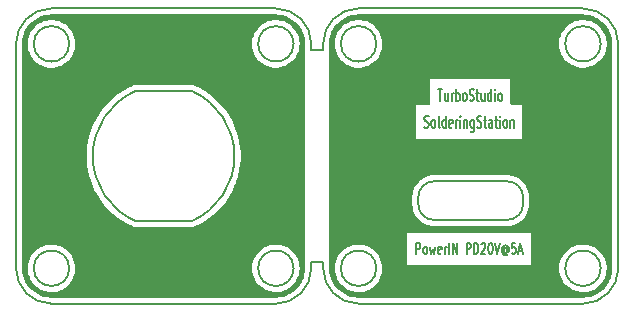
<source format=gtl>
%TF.GenerationSoftware,KiCad,Pcbnew,(6.0.7)*%
%TF.CreationDate,2022-08-30T17:46:17+08:00*%
%TF.ProjectId,Covers,436f7665-7273-42e6-9b69-6361645f7063,rev?*%
%TF.SameCoordinates,Original*%
%TF.FileFunction,Copper,L1,Top*%
%TF.FilePolarity,Positive*%
%FSLAX45Y45*%
G04 Gerber Fmt 4.5, Leading zero omitted, Abs format (unit mm)*
G04 Created by KiCad (PCBNEW (6.0.7)) date 2022-08-30 17:46:17*
%MOMM*%
%LPD*%
G01*
G04 APERTURE LIST*
%TA.AperFunction,Profile*%
%ADD10C,0.152399*%
%TD*%
%TA.AperFunction,Profile*%
%ADD11C,0.152400*%
%TD*%
%ADD12C,0.152400*%
%TA.AperFunction,NonConductor*%
%ADD13C,0.152400*%
%TD*%
%ADD14C,0.158750*%
%TA.AperFunction,NonConductor*%
%ADD15C,0.158750*%
%TD*%
G04 APERTURE END LIST*
D10*
X11040310Y-11028620D02*
X12940310Y-11028620D01*
X15690310Y-8828620D02*
G75*
G03*
X15690310Y-8828620I-150000J0D01*
G01*
D11*
X14277882Y-9993080D02*
G75*
G03*
X14147110Y-10123853I-902J-129870D01*
G01*
D10*
X13090310Y-8828620D02*
G75*
G03*
X13090310Y-8828620I-150000J0D01*
G01*
X10740310Y-10728620D02*
G75*
G03*
X11040310Y-11028620I300000J0D01*
G01*
D11*
X14902270Y-10318627D02*
G75*
G03*
X15032854Y-10187213I-71J130657D01*
G01*
D10*
X11750518Y-9228620D02*
X12230102Y-9228620D01*
X11190310Y-8828620D02*
G75*
G03*
X11190310Y-8828620I-150000J0D01*
G01*
X13240310Y-10678620D02*
X13340310Y-10678620D01*
X15690310Y-10728620D02*
G75*
G03*
X15690310Y-10728620I-150000J0D01*
G01*
X11750518Y-10328620D02*
X12230102Y-10328620D01*
X10740310Y-8828620D02*
X10740310Y-10728620D01*
X13240310Y-8828620D02*
G75*
G03*
X12940310Y-8528620I-300000J0D01*
G01*
D11*
X14147110Y-10123853D02*
X14147110Y-10187848D01*
D10*
X13090310Y-10728620D02*
G75*
G03*
X13090310Y-10728620I-150000J0D01*
G01*
X15540310Y-8528620D02*
X13640310Y-8528620D01*
X11750518Y-9228620D02*
G75*
G03*
X11750518Y-10328620I239792J-550000D01*
G01*
X13340310Y-10728620D02*
G75*
G03*
X13640310Y-11028620I300000J0D01*
G01*
X12230102Y-10328620D02*
G75*
G03*
X12230102Y-9228620I-239792J550000D01*
G01*
X13240310Y-8878620D02*
X13240310Y-8828620D01*
D11*
X15032854Y-10187213D02*
X15032765Y-10124942D01*
D10*
X13240310Y-10728620D02*
X13240310Y-10678620D01*
X12940310Y-8528620D02*
X11040310Y-8528620D01*
X13340310Y-10678620D02*
X13340310Y-10728620D01*
X11040310Y-8528620D02*
G75*
G03*
X10740310Y-8828620I0J-300000D01*
G01*
X13640310Y-8528620D02*
G75*
G03*
X13340310Y-8828620I0J-300000D01*
G01*
X15840310Y-10728620D02*
X15840310Y-8828620D01*
X12940310Y-11028620D02*
G75*
G03*
X13240310Y-10728620I0J300000D01*
G01*
X15540310Y-11028620D02*
G75*
G03*
X15840310Y-10728620I0J300000D01*
G01*
D11*
X14902738Y-9993081D02*
X14277882Y-9993081D01*
D10*
X13790310Y-8828620D02*
G75*
G03*
X13790310Y-8828620I-150000J0D01*
G01*
X13790310Y-10728620D02*
G75*
G03*
X13790310Y-10728620I-150000J0D01*
G01*
X15840310Y-8828620D02*
G75*
G03*
X15540310Y-8528620I-300000J0D01*
G01*
X13240310Y-8878620D02*
X13340310Y-8878620D01*
D11*
X14277882Y-10318620D02*
X14902270Y-10318620D01*
X15032763Y-10124942D02*
G75*
G03*
X14902738Y-9993081I-130483J1372D01*
G01*
X14147110Y-10187848D02*
G75*
G03*
X14277882Y-10318620I129870J-902D01*
G01*
D10*
X13640310Y-11028620D02*
X15540310Y-11028620D01*
X13340310Y-8828620D02*
X13340310Y-8878620D01*
X11190310Y-10728620D02*
G75*
G03*
X11190310Y-10728620I-150000J0D01*
G01*
D12*
D13*
X14128476Y-10607217D02*
X14128476Y-10518317D01*
X14152667Y-10518317D01*
X14158714Y-10522550D01*
X14161738Y-10526783D01*
X14164762Y-10535250D01*
X14164762Y-10547950D01*
X14161738Y-10556417D01*
X14158714Y-10560650D01*
X14152667Y-10564883D01*
X14128476Y-10564883D01*
X14201048Y-10607217D02*
X14195000Y-10602983D01*
X14191976Y-10598750D01*
X14188952Y-10590283D01*
X14188952Y-10564883D01*
X14191976Y-10556417D01*
X14195000Y-10552183D01*
X14201048Y-10547950D01*
X14210119Y-10547950D01*
X14216167Y-10552183D01*
X14219190Y-10556417D01*
X14222214Y-10564883D01*
X14222214Y-10590283D01*
X14219190Y-10598750D01*
X14216167Y-10602983D01*
X14210119Y-10607217D01*
X14201048Y-10607217D01*
X14243381Y-10547950D02*
X14255476Y-10607217D01*
X14267571Y-10564883D01*
X14279667Y-10607217D01*
X14291762Y-10547950D01*
X14340143Y-10602983D02*
X14334095Y-10607217D01*
X14322000Y-10607217D01*
X14315952Y-10602983D01*
X14312928Y-10594517D01*
X14312928Y-10560650D01*
X14315952Y-10552183D01*
X14322000Y-10547950D01*
X14334095Y-10547950D01*
X14340143Y-10552183D01*
X14343167Y-10560650D01*
X14343167Y-10569117D01*
X14312928Y-10577583D01*
X14370381Y-10607217D02*
X14370381Y-10547950D01*
X14370381Y-10564883D02*
X14373405Y-10556417D01*
X14376428Y-10552183D01*
X14382476Y-10547950D01*
X14388524Y-10547950D01*
X14409690Y-10607217D02*
X14409690Y-10518317D01*
X14439928Y-10607217D02*
X14439928Y-10518317D01*
X14476214Y-10607217D01*
X14476214Y-10518317D01*
X14554833Y-10607217D02*
X14554833Y-10518317D01*
X14579024Y-10518317D01*
X14585071Y-10522550D01*
X14588095Y-10526783D01*
X14591119Y-10535250D01*
X14591119Y-10547950D01*
X14588095Y-10556417D01*
X14585071Y-10560650D01*
X14579024Y-10564883D01*
X14554833Y-10564883D01*
X14618333Y-10607217D02*
X14618333Y-10518317D01*
X14633452Y-10518317D01*
X14642524Y-10522550D01*
X14648571Y-10531017D01*
X14651595Y-10539483D01*
X14654619Y-10556417D01*
X14654619Y-10569117D01*
X14651595Y-10586050D01*
X14648571Y-10594517D01*
X14642524Y-10602983D01*
X14633452Y-10607217D01*
X14618333Y-10607217D01*
X14678809Y-10526783D02*
X14681833Y-10522550D01*
X14687881Y-10518317D01*
X14703000Y-10518317D01*
X14709048Y-10522550D01*
X14712071Y-10526783D01*
X14715095Y-10535250D01*
X14715095Y-10543717D01*
X14712071Y-10556417D01*
X14675786Y-10607217D01*
X14715095Y-10607217D01*
X14754405Y-10518317D02*
X14760452Y-10518317D01*
X14766500Y-10522550D01*
X14769524Y-10526783D01*
X14772548Y-10535250D01*
X14775571Y-10552183D01*
X14775571Y-10573350D01*
X14772548Y-10590283D01*
X14769524Y-10598750D01*
X14766500Y-10602983D01*
X14760452Y-10607217D01*
X14754405Y-10607217D01*
X14748357Y-10602983D01*
X14745333Y-10598750D01*
X14742309Y-10590283D01*
X14739286Y-10573350D01*
X14739286Y-10552183D01*
X14742309Y-10535250D01*
X14745333Y-10526783D01*
X14748357Y-10522550D01*
X14754405Y-10518317D01*
X14793714Y-10518317D02*
X14814881Y-10607217D01*
X14836048Y-10518317D01*
X14896524Y-10564883D02*
X14893500Y-10560650D01*
X14887452Y-10556417D01*
X14881405Y-10556417D01*
X14875357Y-10560650D01*
X14872333Y-10564883D01*
X14869309Y-10573350D01*
X14869309Y-10581817D01*
X14872333Y-10590283D01*
X14875357Y-10594517D01*
X14881405Y-10598750D01*
X14887452Y-10598750D01*
X14893500Y-10594517D01*
X14896524Y-10590283D01*
X14896524Y-10556417D02*
X14896524Y-10590283D01*
X14899548Y-10594517D01*
X14902571Y-10594517D01*
X14908619Y-10590283D01*
X14911643Y-10581817D01*
X14911643Y-10560650D01*
X14905595Y-10547950D01*
X14896524Y-10539483D01*
X14884428Y-10535250D01*
X14872333Y-10539483D01*
X14863262Y-10547950D01*
X14857214Y-10560650D01*
X14854190Y-10577583D01*
X14857214Y-10594517D01*
X14863262Y-10607217D01*
X14872333Y-10615683D01*
X14884428Y-10619917D01*
X14896524Y-10615683D01*
X14905595Y-10607217D01*
X14969095Y-10518317D02*
X14938857Y-10518317D01*
X14935833Y-10560650D01*
X14938857Y-10556417D01*
X14944905Y-10552183D01*
X14960024Y-10552183D01*
X14966071Y-10556417D01*
X14969095Y-10560650D01*
X14972119Y-10569117D01*
X14972119Y-10590283D01*
X14969095Y-10598750D01*
X14966071Y-10602983D01*
X14960024Y-10607217D01*
X14944905Y-10607217D01*
X14938857Y-10602983D01*
X14935833Y-10598750D01*
X14996309Y-10581817D02*
X15026548Y-10581817D01*
X14990262Y-10607217D02*
X15011428Y-10518317D01*
X15032595Y-10607217D01*
D14*
D15*
X14314345Y-9211362D02*
X14350631Y-9211362D01*
X14332488Y-9312962D02*
X14332488Y-9211362D01*
X14399012Y-9245229D02*
X14399012Y-9312962D01*
X14371798Y-9245229D02*
X14371798Y-9298448D01*
X14374821Y-9308124D01*
X14380869Y-9312962D01*
X14389940Y-9312962D01*
X14395988Y-9308124D01*
X14399012Y-9303286D01*
X14429250Y-9312962D02*
X14429250Y-9245229D01*
X14429250Y-9264581D02*
X14432274Y-9254905D01*
X14435298Y-9250067D01*
X14441345Y-9245229D01*
X14447393Y-9245229D01*
X14468559Y-9312962D02*
X14468559Y-9211362D01*
X14468559Y-9250067D02*
X14474607Y-9245229D01*
X14486702Y-9245229D01*
X14492750Y-9250067D01*
X14495774Y-9254905D01*
X14498798Y-9264581D01*
X14498798Y-9293610D01*
X14495774Y-9303286D01*
X14492750Y-9308124D01*
X14486702Y-9312962D01*
X14474607Y-9312962D01*
X14468559Y-9308124D01*
X14535083Y-9312962D02*
X14529036Y-9308124D01*
X14526012Y-9303286D01*
X14522988Y-9293610D01*
X14522988Y-9264581D01*
X14526012Y-9254905D01*
X14529036Y-9250067D01*
X14535083Y-9245229D01*
X14544155Y-9245229D01*
X14550202Y-9250067D01*
X14553226Y-9254905D01*
X14556250Y-9264581D01*
X14556250Y-9293610D01*
X14553226Y-9303286D01*
X14550202Y-9308124D01*
X14544155Y-9312962D01*
X14535083Y-9312962D01*
X14580440Y-9308124D02*
X14589512Y-9312962D01*
X14604631Y-9312962D01*
X14610678Y-9308124D01*
X14613702Y-9303286D01*
X14616726Y-9293610D01*
X14616726Y-9283933D01*
X14613702Y-9274257D01*
X14610678Y-9269419D01*
X14604631Y-9264581D01*
X14592536Y-9259743D01*
X14586488Y-9254905D01*
X14583464Y-9250067D01*
X14580440Y-9240390D01*
X14580440Y-9230714D01*
X14583464Y-9221038D01*
X14586488Y-9216200D01*
X14592536Y-9211362D01*
X14607655Y-9211362D01*
X14616726Y-9216200D01*
X14634869Y-9245229D02*
X14659059Y-9245229D01*
X14643940Y-9211362D02*
X14643940Y-9298448D01*
X14646964Y-9308124D01*
X14653012Y-9312962D01*
X14659059Y-9312962D01*
X14707440Y-9245229D02*
X14707440Y-9312962D01*
X14680226Y-9245229D02*
X14680226Y-9298448D01*
X14683250Y-9308124D01*
X14689298Y-9312962D01*
X14698369Y-9312962D01*
X14704417Y-9308124D01*
X14707440Y-9303286D01*
X14764893Y-9312962D02*
X14764893Y-9211362D01*
X14764893Y-9308124D02*
X14758845Y-9312962D01*
X14746750Y-9312962D01*
X14740702Y-9308124D01*
X14737678Y-9303286D01*
X14734655Y-9293610D01*
X14734655Y-9264581D01*
X14737678Y-9254905D01*
X14740702Y-9250067D01*
X14746750Y-9245229D01*
X14758845Y-9245229D01*
X14764893Y-9250067D01*
X14795131Y-9312962D02*
X14795131Y-9245229D01*
X14795131Y-9211362D02*
X14792107Y-9216200D01*
X14795131Y-9221038D01*
X14798155Y-9216200D01*
X14795131Y-9211362D01*
X14795131Y-9221038D01*
X14834440Y-9312962D02*
X14828393Y-9308124D01*
X14825369Y-9303286D01*
X14822345Y-9293610D01*
X14822345Y-9264581D01*
X14825369Y-9254905D01*
X14828393Y-9250067D01*
X14834440Y-9245229D01*
X14843512Y-9245229D01*
X14849559Y-9250067D01*
X14852583Y-9254905D01*
X14855607Y-9264581D01*
X14855607Y-9293610D01*
X14852583Y-9303286D01*
X14849559Y-9308124D01*
X14843512Y-9312962D01*
X14834440Y-9312962D01*
D14*
D15*
X14197512Y-9534124D02*
X14206583Y-9538962D01*
X14221702Y-9538962D01*
X14227750Y-9534124D01*
X14230774Y-9529286D01*
X14233798Y-9519610D01*
X14233798Y-9509933D01*
X14230774Y-9500257D01*
X14227750Y-9495419D01*
X14221702Y-9490581D01*
X14209607Y-9485743D01*
X14203559Y-9480905D01*
X14200536Y-9476067D01*
X14197512Y-9466390D01*
X14197512Y-9456714D01*
X14200536Y-9447038D01*
X14203559Y-9442200D01*
X14209607Y-9437362D01*
X14224726Y-9437362D01*
X14233798Y-9442200D01*
X14270083Y-9538962D02*
X14264036Y-9534124D01*
X14261012Y-9529286D01*
X14257988Y-9519610D01*
X14257988Y-9490581D01*
X14261012Y-9480905D01*
X14264036Y-9476067D01*
X14270083Y-9471229D01*
X14279155Y-9471229D01*
X14285202Y-9476067D01*
X14288226Y-9480905D01*
X14291250Y-9490581D01*
X14291250Y-9519610D01*
X14288226Y-9529286D01*
X14285202Y-9534124D01*
X14279155Y-9538962D01*
X14270083Y-9538962D01*
X14327536Y-9538962D02*
X14321488Y-9534124D01*
X14318464Y-9524448D01*
X14318464Y-9437362D01*
X14378940Y-9538962D02*
X14378940Y-9437362D01*
X14378940Y-9534124D02*
X14372893Y-9538962D01*
X14360798Y-9538962D01*
X14354750Y-9534124D01*
X14351726Y-9529286D01*
X14348702Y-9519610D01*
X14348702Y-9490581D01*
X14351726Y-9480905D01*
X14354750Y-9476067D01*
X14360798Y-9471229D01*
X14372893Y-9471229D01*
X14378940Y-9476067D01*
X14433369Y-9534124D02*
X14427321Y-9538962D01*
X14415226Y-9538962D01*
X14409178Y-9534124D01*
X14406155Y-9524448D01*
X14406155Y-9485743D01*
X14409178Y-9476067D01*
X14415226Y-9471229D01*
X14427321Y-9471229D01*
X14433369Y-9476067D01*
X14436393Y-9485743D01*
X14436393Y-9495419D01*
X14406155Y-9505095D01*
X14463607Y-9538962D02*
X14463607Y-9471229D01*
X14463607Y-9490581D02*
X14466631Y-9480905D01*
X14469655Y-9476067D01*
X14475702Y-9471229D01*
X14481750Y-9471229D01*
X14502917Y-9538962D02*
X14502917Y-9471229D01*
X14502917Y-9437362D02*
X14499893Y-9442200D01*
X14502917Y-9447038D01*
X14505940Y-9442200D01*
X14502917Y-9437362D01*
X14502917Y-9447038D01*
X14533155Y-9471229D02*
X14533155Y-9538962D01*
X14533155Y-9480905D02*
X14536178Y-9476067D01*
X14542226Y-9471229D01*
X14551298Y-9471229D01*
X14557345Y-9476067D01*
X14560369Y-9485743D01*
X14560369Y-9538962D01*
X14617821Y-9471229D02*
X14617821Y-9553476D01*
X14614798Y-9563152D01*
X14611774Y-9567990D01*
X14605726Y-9572829D01*
X14596655Y-9572829D01*
X14590607Y-9567990D01*
X14617821Y-9534124D02*
X14611774Y-9538962D01*
X14599678Y-9538962D01*
X14593631Y-9534124D01*
X14590607Y-9529286D01*
X14587583Y-9519610D01*
X14587583Y-9490581D01*
X14590607Y-9480905D01*
X14593631Y-9476067D01*
X14599678Y-9471229D01*
X14611774Y-9471229D01*
X14617821Y-9476067D01*
X14645036Y-9534124D02*
X14654107Y-9538962D01*
X14669226Y-9538962D01*
X14675274Y-9534124D01*
X14678298Y-9529286D01*
X14681321Y-9519610D01*
X14681321Y-9509933D01*
X14678298Y-9500257D01*
X14675274Y-9495419D01*
X14669226Y-9490581D01*
X14657131Y-9485743D01*
X14651083Y-9480905D01*
X14648059Y-9476067D01*
X14645036Y-9466390D01*
X14645036Y-9456714D01*
X14648059Y-9447038D01*
X14651083Y-9442200D01*
X14657131Y-9437362D01*
X14672250Y-9437362D01*
X14681321Y-9442200D01*
X14699464Y-9471229D02*
X14723655Y-9471229D01*
X14708536Y-9437362D02*
X14708536Y-9524448D01*
X14711559Y-9534124D01*
X14717607Y-9538962D01*
X14723655Y-9538962D01*
X14772036Y-9538962D02*
X14772036Y-9485743D01*
X14769012Y-9476067D01*
X14762964Y-9471229D01*
X14750869Y-9471229D01*
X14744821Y-9476067D01*
X14772036Y-9534124D02*
X14765988Y-9538962D01*
X14750869Y-9538962D01*
X14744821Y-9534124D01*
X14741798Y-9524448D01*
X14741798Y-9514771D01*
X14744821Y-9505095D01*
X14750869Y-9500257D01*
X14765988Y-9500257D01*
X14772036Y-9495419D01*
X14793202Y-9471229D02*
X14817393Y-9471229D01*
X14802274Y-9437362D02*
X14802274Y-9524448D01*
X14805298Y-9534124D01*
X14811345Y-9538962D01*
X14817393Y-9538962D01*
X14838559Y-9538962D02*
X14838559Y-9471229D01*
X14838559Y-9437362D02*
X14835536Y-9442200D01*
X14838559Y-9447038D01*
X14841583Y-9442200D01*
X14838559Y-9437362D01*
X14838559Y-9447038D01*
X14877869Y-9538962D02*
X14871821Y-9534124D01*
X14868798Y-9529286D01*
X14865774Y-9519610D01*
X14865774Y-9490581D01*
X14868798Y-9480905D01*
X14871821Y-9476067D01*
X14877869Y-9471229D01*
X14886940Y-9471229D01*
X14892988Y-9476067D01*
X14896012Y-9480905D01*
X14899036Y-9490581D01*
X14899036Y-9519610D01*
X14896012Y-9529286D01*
X14892988Y-9534124D01*
X14886940Y-9538962D01*
X14877869Y-9538962D01*
X14926250Y-9471229D02*
X14926250Y-9538962D01*
X14926250Y-9480905D02*
X14929274Y-9476067D01*
X14935321Y-9471229D01*
X14944393Y-9471229D01*
X14950440Y-9476067D01*
X14953464Y-9485743D01*
X14953464Y-9538962D01*
%TA.AperFunction,NonConductor*%
G36*
X12937312Y-8579620D02*
G01*
X12938795Y-8579851D01*
X12938795Y-8579851D01*
X12939682Y-8579989D01*
X12941402Y-8579764D01*
X12943796Y-8579681D01*
X12969581Y-8581241D01*
X12971091Y-8581424D01*
X12978289Y-8582743D01*
X12999186Y-8586573D01*
X13000663Y-8586936D01*
X13027933Y-8595434D01*
X13029354Y-8595973D01*
X13051132Y-8605775D01*
X13055401Y-8607696D01*
X13056748Y-8608403D01*
X13081191Y-8623180D01*
X13082443Y-8624044D01*
X13104927Y-8641659D01*
X13106066Y-8642668D01*
X13126262Y-8662864D01*
X13127271Y-8664003D01*
X13144886Y-8686487D01*
X13145750Y-8687739D01*
X13160527Y-8712182D01*
X13161234Y-8713529D01*
X13172957Y-8739576D01*
X13173496Y-8740997D01*
X13175284Y-8746736D01*
X13181994Y-8768267D01*
X13182357Y-8769744D01*
X13182854Y-8772454D01*
X13187506Y-8797839D01*
X13187689Y-8799349D01*
X13189205Y-8824410D01*
X13189079Y-8827092D01*
X13189079Y-8827105D01*
X13188941Y-8827992D01*
X13189057Y-8828883D01*
X13189057Y-8828883D01*
X13189354Y-8831148D01*
X13189460Y-8832782D01*
X13189460Y-8877758D01*
X13189460Y-8877835D01*
X13189412Y-8885592D01*
X13189659Y-8886455D01*
X13189781Y-8887345D01*
X13189744Y-8887350D01*
X13190065Y-8889634D01*
X13191047Y-10658756D01*
X13191050Y-10663464D01*
X13190900Y-10665409D01*
X13190727Y-10666522D01*
X13190349Y-10668193D01*
X13189758Y-10670167D01*
X13189758Y-10670167D01*
X13189501Y-10671027D01*
X13189496Y-10671924D01*
X13189496Y-10671924D01*
X13189480Y-10674470D01*
X13189477Y-10674549D01*
X13189460Y-10674659D01*
X13189460Y-10677758D01*
X13189460Y-10677835D01*
X13189412Y-10685592D01*
X13189451Y-10685727D01*
X13189460Y-10685861D01*
X13189460Y-10723683D01*
X13189310Y-10725622D01*
X13189079Y-10727105D01*
X13189079Y-10727106D01*
X13188941Y-10727992D01*
X13189166Y-10729712D01*
X13189249Y-10732106D01*
X13187689Y-10757891D01*
X13187506Y-10759401D01*
X13187299Y-10760532D01*
X13182560Y-10786389D01*
X13182358Y-10787495D01*
X13181994Y-10788973D01*
X13174568Y-10812803D01*
X13173496Y-10816243D01*
X13172957Y-10817665D01*
X13164483Y-10836492D01*
X13161234Y-10843711D01*
X13160527Y-10845058D01*
X13145750Y-10869501D01*
X13144886Y-10870753D01*
X13127271Y-10893237D01*
X13126262Y-10894376D01*
X13106066Y-10914573D01*
X13104927Y-10915582D01*
X13082443Y-10933196D01*
X13081191Y-10934061D01*
X13056748Y-10948837D01*
X13055401Y-10949544D01*
X13029354Y-10961267D01*
X13027933Y-10961806D01*
X13000663Y-10970304D01*
X12999186Y-10970668D01*
X12978289Y-10974497D01*
X12971091Y-10975816D01*
X12969581Y-10975999D01*
X12944520Y-10977515D01*
X12941838Y-10977389D01*
X12941825Y-10977389D01*
X12940938Y-10977251D01*
X12940047Y-10977367D01*
X12940047Y-10977367D01*
X12938581Y-10977559D01*
X12937781Y-10977664D01*
X12936148Y-10977770D01*
X11045247Y-10977770D01*
X11043308Y-10977620D01*
X11041825Y-10977389D01*
X11041825Y-10977389D01*
X11040938Y-10977251D01*
X11039218Y-10977476D01*
X11036824Y-10977559D01*
X11011039Y-10975999D01*
X11009529Y-10975816D01*
X11002331Y-10974497D01*
X10981434Y-10970668D01*
X10979957Y-10970304D01*
X10952687Y-10961806D01*
X10951266Y-10961267D01*
X10925219Y-10949544D01*
X10923872Y-10948837D01*
X10899429Y-10934061D01*
X10898177Y-10933196D01*
X10875693Y-10915582D01*
X10874554Y-10914573D01*
X10854358Y-10894376D01*
X10853349Y-10893237D01*
X10835734Y-10870753D01*
X10834870Y-10869501D01*
X10820093Y-10845058D01*
X10819386Y-10843711D01*
X10816137Y-10836492D01*
X10807663Y-10817665D01*
X10807124Y-10816243D01*
X10806052Y-10812803D01*
X10798626Y-10788973D01*
X10798262Y-10787495D01*
X10798060Y-10786389D01*
X10793321Y-10760532D01*
X10793114Y-10759401D01*
X10792931Y-10757891D01*
X10791437Y-10733197D01*
X10791562Y-10730842D01*
X10791543Y-10730840D01*
X10791587Y-10730355D01*
X10791668Y-10729875D01*
X10791683Y-10728620D01*
X10791381Y-10726512D01*
X10839002Y-10726512D01*
X10839043Y-10727236D01*
X10840578Y-10753852D01*
X10845851Y-10780725D01*
X10845989Y-10781130D01*
X10845989Y-10781131D01*
X10854582Y-10806229D01*
X10854721Y-10806634D01*
X10859919Y-10816970D01*
X10864594Y-10826264D01*
X10867026Y-10831100D01*
X10867269Y-10831453D01*
X10867269Y-10831453D01*
X10875693Y-10843711D01*
X10882537Y-10853669D01*
X10900968Y-10873924D01*
X10921978Y-10891491D01*
X10922342Y-10891719D01*
X10944812Y-10905815D01*
X10944813Y-10905815D01*
X10945176Y-10906043D01*
X10951964Y-10909108D01*
X10969745Y-10917136D01*
X10969745Y-10917137D01*
X10970136Y-10917313D01*
X10970548Y-10917435D01*
X10970548Y-10917435D01*
X10995982Y-10924969D01*
X10995983Y-10924969D01*
X10996394Y-10925091D01*
X10996817Y-10925156D01*
X10996818Y-10925156D01*
X11023040Y-10929168D01*
X11023040Y-10929168D01*
X11023464Y-10929233D01*
X11037401Y-10929452D01*
X11050417Y-10929657D01*
X11050418Y-10929657D01*
X11050846Y-10929663D01*
X11078034Y-10926373D01*
X11104523Y-10919424D01*
X11104919Y-10919260D01*
X11104919Y-10919260D01*
X11117173Y-10914184D01*
X11129824Y-10908944D01*
X11153468Y-10895127D01*
X11175019Y-10878229D01*
X11179191Y-10873924D01*
X11193779Y-10858871D01*
X11194077Y-10858563D01*
X11194330Y-10858218D01*
X11194331Y-10858218D01*
X11210036Y-10836838D01*
X11210289Y-10836492D01*
X11213025Y-10831453D01*
X11223152Y-10812803D01*
X11223152Y-10812803D01*
X11223357Y-10812425D01*
X11232494Y-10788246D01*
X11232885Y-10787210D01*
X11232885Y-10787209D01*
X11233037Y-10786808D01*
X11237127Y-10768948D01*
X11239055Y-10760532D01*
X11239055Y-10760531D01*
X11239151Y-10760113D01*
X11239214Y-10759401D01*
X11241563Y-10733083D01*
X11241563Y-10733083D01*
X11241585Y-10732836D01*
X11241627Y-10728883D01*
X11241627Y-10728868D01*
X11241627Y-10728868D01*
X11241629Y-10728620D01*
X11241486Y-10726512D01*
X12739002Y-10726512D01*
X12739043Y-10727236D01*
X12740578Y-10753852D01*
X12745850Y-10780725D01*
X12745989Y-10781130D01*
X12745989Y-10781131D01*
X12754582Y-10806229D01*
X12754721Y-10806634D01*
X12759919Y-10816970D01*
X12764594Y-10826264D01*
X12767026Y-10831100D01*
X12767269Y-10831453D01*
X12767269Y-10831453D01*
X12775693Y-10843711D01*
X12782537Y-10853669D01*
X12800968Y-10873924D01*
X12821977Y-10891491D01*
X12822342Y-10891719D01*
X12844812Y-10905815D01*
X12844813Y-10905815D01*
X12845176Y-10906043D01*
X12851964Y-10909108D01*
X12869744Y-10917136D01*
X12869745Y-10917137D01*
X12870136Y-10917313D01*
X12870548Y-10917435D01*
X12870548Y-10917435D01*
X12895982Y-10924969D01*
X12895983Y-10924969D01*
X12896394Y-10925091D01*
X12896817Y-10925156D01*
X12896817Y-10925156D01*
X12923040Y-10929168D01*
X12923040Y-10929168D01*
X12923464Y-10929233D01*
X12937401Y-10929452D01*
X12950417Y-10929657D01*
X12950418Y-10929657D01*
X12950846Y-10929663D01*
X12978033Y-10926373D01*
X13004523Y-10919424D01*
X13004919Y-10919260D01*
X13004919Y-10919260D01*
X13017173Y-10914184D01*
X13029824Y-10908944D01*
X13053468Y-10895127D01*
X13075019Y-10878229D01*
X13079191Y-10873924D01*
X13093779Y-10858871D01*
X13094077Y-10858563D01*
X13094330Y-10858218D01*
X13094331Y-10858218D01*
X13110036Y-10836838D01*
X13110289Y-10836492D01*
X13113025Y-10831453D01*
X13123152Y-10812803D01*
X13123152Y-10812803D01*
X13123357Y-10812425D01*
X13132494Y-10788246D01*
X13132885Y-10787210D01*
X13132885Y-10787209D01*
X13133037Y-10786808D01*
X13137127Y-10768948D01*
X13139055Y-10760532D01*
X13139055Y-10760531D01*
X13139151Y-10760113D01*
X13139214Y-10759401D01*
X13141563Y-10733083D01*
X13141563Y-10733083D01*
X13141585Y-10732836D01*
X13141627Y-10728883D01*
X13141627Y-10728868D01*
X13141627Y-10728868D01*
X13141629Y-10728620D01*
X13141380Y-10724969D01*
X13139796Y-10701726D01*
X13139796Y-10701725D01*
X13139767Y-10701298D01*
X13134213Y-10674481D01*
X13125072Y-10648667D01*
X13112511Y-10624331D01*
X13111514Y-10622912D01*
X13097011Y-10602276D01*
X13096764Y-10601926D01*
X13078122Y-10581865D01*
X13077791Y-10581593D01*
X13077791Y-10581593D01*
X13057262Y-10564791D01*
X13056930Y-10564519D01*
X13033580Y-10550210D01*
X13033187Y-10550037D01*
X13008897Y-10539375D01*
X13008897Y-10539375D01*
X13008504Y-10539203D01*
X12982167Y-10531700D01*
X12981742Y-10531640D01*
X12981742Y-10531640D01*
X12961693Y-10528786D01*
X12955054Y-10527841D01*
X12940669Y-10527766D01*
X12928098Y-10527700D01*
X12928097Y-10527700D01*
X12927669Y-10527698D01*
X12927245Y-10527754D01*
X12927244Y-10527754D01*
X12915340Y-10529321D01*
X12900518Y-10531273D01*
X12900104Y-10531386D01*
X12900104Y-10531386D01*
X12892811Y-10533381D01*
X12874103Y-10538499D01*
X12873708Y-10538667D01*
X12849308Y-10549075D01*
X12849308Y-10549075D01*
X12848913Y-10549243D01*
X12846922Y-10550435D01*
X12825782Y-10563086D01*
X12825782Y-10563087D01*
X12825414Y-10563307D01*
X12804042Y-10580429D01*
X12785191Y-10600294D01*
X12769210Y-10622534D01*
X12756396Y-10646736D01*
X12756248Y-10647138D01*
X12756248Y-10647139D01*
X12749562Y-10665410D01*
X12746984Y-10672454D01*
X12741150Y-10699211D01*
X12741035Y-10700677D01*
X12739148Y-10724659D01*
X12739002Y-10726512D01*
X11241486Y-10726512D01*
X11241380Y-10724969D01*
X11239796Y-10701726D01*
X11239796Y-10701725D01*
X11239767Y-10701298D01*
X11234213Y-10674481D01*
X11225072Y-10648667D01*
X11212511Y-10624331D01*
X11211514Y-10622912D01*
X11197011Y-10602276D01*
X11196764Y-10601926D01*
X11178123Y-10581865D01*
X11177791Y-10581593D01*
X11177791Y-10581593D01*
X11157262Y-10564791D01*
X11156931Y-10564519D01*
X11133580Y-10550210D01*
X11133187Y-10550037D01*
X11108897Y-10539375D01*
X11108897Y-10539375D01*
X11108505Y-10539203D01*
X11082167Y-10531700D01*
X11081742Y-10531640D01*
X11081742Y-10531640D01*
X11061693Y-10528786D01*
X11055054Y-10527841D01*
X11040669Y-10527766D01*
X11028098Y-10527700D01*
X11028097Y-10527700D01*
X11027669Y-10527698D01*
X11027245Y-10527754D01*
X11027244Y-10527754D01*
X11015340Y-10529321D01*
X11000518Y-10531273D01*
X11000104Y-10531386D01*
X11000104Y-10531386D01*
X10992811Y-10533381D01*
X10974103Y-10538499D01*
X10973708Y-10538667D01*
X10949308Y-10549075D01*
X10949308Y-10549075D01*
X10948913Y-10549243D01*
X10946923Y-10550435D01*
X10925783Y-10563086D01*
X10925782Y-10563087D01*
X10925414Y-10563307D01*
X10904042Y-10580429D01*
X10885191Y-10600294D01*
X10869210Y-10622534D01*
X10856396Y-10646736D01*
X10856249Y-10647138D01*
X10856248Y-10647139D01*
X10849562Y-10665410D01*
X10846984Y-10672454D01*
X10841150Y-10699211D01*
X10841035Y-10700677D01*
X10839148Y-10724659D01*
X10839002Y-10726512D01*
X10791381Y-10726512D01*
X10791287Y-10725858D01*
X10791160Y-10724071D01*
X10791160Y-9802979D01*
X11339460Y-9802979D01*
X11343102Y-9851559D01*
X11350364Y-9899732D01*
X11361207Y-9947227D01*
X11361276Y-9947452D01*
X11361276Y-9947452D01*
X11363984Y-9956228D01*
X11375570Y-9993779D01*
X11381727Y-10009462D01*
X11391358Y-10033996D01*
X11393372Y-10039127D01*
X11393473Y-10039337D01*
X11393474Y-10039338D01*
X11412987Y-10079848D01*
X11414514Y-10083018D01*
X11438878Y-10125205D01*
X11466326Y-10165453D01*
X11466472Y-10165636D01*
X11466473Y-10165637D01*
X11485305Y-10189244D01*
X11496707Y-10203537D01*
X11496867Y-10203710D01*
X11496868Y-10203711D01*
X11526104Y-10235209D01*
X11529849Y-10239244D01*
X11530021Y-10239404D01*
X11530022Y-10239405D01*
X11535653Y-10244628D01*
X11565567Y-10272374D01*
X11565751Y-10272520D01*
X11565751Y-10272520D01*
X11572978Y-10278281D01*
X11603662Y-10302740D01*
X11603855Y-10302872D01*
X11603856Y-10302873D01*
X11631988Y-10322043D01*
X11643920Y-10330175D01*
X11686116Y-10354524D01*
X11686328Y-10354625D01*
X11686328Y-10354626D01*
X11727527Y-10374453D01*
X11728110Y-10374753D01*
X11728435Y-10374931D01*
X11728843Y-10375196D01*
X11729987Y-10375712D01*
X11730455Y-10375841D01*
X11730455Y-10375841D01*
X11731795Y-10376210D01*
X11733802Y-10376952D01*
X11734686Y-10377367D01*
X11734686Y-10377367D01*
X11735498Y-10377748D01*
X11736385Y-10377886D01*
X11736385Y-10377886D01*
X11738494Y-10378215D01*
X11739103Y-10378309D01*
X11740512Y-10378612D01*
X11744029Y-10379582D01*
X11744927Y-10379568D01*
X11751081Y-10379472D01*
X11751277Y-10379470D01*
X12228729Y-10379470D01*
X12229234Y-10379480D01*
X12234447Y-10379689D01*
X12234447Y-10379689D01*
X12235343Y-10379725D01*
X12236214Y-10379508D01*
X12236214Y-10379508D01*
X12239261Y-10378748D01*
X12240524Y-10378500D01*
X12241977Y-10378292D01*
X12244520Y-10377928D01*
X12245871Y-10377314D01*
X12248036Y-10376559D01*
X12249476Y-10376199D01*
X12249924Y-10376011D01*
X12250185Y-10375901D01*
X12250185Y-10375900D01*
X12250633Y-10375712D01*
X12251046Y-10375456D01*
X12251420Y-10375263D01*
X12251732Y-10375108D01*
X12294292Y-10354626D01*
X12294292Y-10354625D01*
X12294504Y-10354524D01*
X12336700Y-10330175D01*
X12348632Y-10322043D01*
X12376763Y-10302873D01*
X12376764Y-10302872D01*
X12376958Y-10302740D01*
X12407642Y-10278281D01*
X12414869Y-10272520D01*
X12414869Y-10272520D01*
X12415053Y-10272374D01*
X12444967Y-10244628D01*
X12450598Y-10239405D01*
X12450599Y-10239404D01*
X12450771Y-10239244D01*
X12454516Y-10235209D01*
X12483752Y-10203711D01*
X12483753Y-10203710D01*
X12483913Y-10203537D01*
X12495315Y-10189244D01*
X12514147Y-10165637D01*
X12514148Y-10165636D01*
X12514294Y-10165453D01*
X12541742Y-10125205D01*
X12566106Y-10083018D01*
X12567633Y-10079848D01*
X12587146Y-10039338D01*
X12587147Y-10039337D01*
X12587248Y-10039127D01*
X12589262Y-10033996D01*
X12598893Y-10009462D01*
X12605050Y-9993779D01*
X12616636Y-9956228D01*
X12619343Y-9947452D01*
X12619344Y-9947452D01*
X12619413Y-9947227D01*
X12630256Y-9899732D01*
X12637518Y-9851559D01*
X12641160Y-9802979D01*
X12641160Y-9754261D01*
X12637518Y-9705681D01*
X12630256Y-9657508D01*
X12619413Y-9610013D01*
X12605050Y-9563461D01*
X12587248Y-9518113D01*
X12586612Y-9516792D01*
X12566208Y-9474435D01*
X12566208Y-9474434D01*
X12566106Y-9474222D01*
X12541742Y-9432035D01*
X12514294Y-9391787D01*
X12483913Y-9353703D01*
X12483752Y-9353529D01*
X12450932Y-9318169D01*
X12450931Y-9318169D01*
X12450771Y-9317996D01*
X12450599Y-9317836D01*
X12450598Y-9317835D01*
X12415226Y-9285027D01*
X12415053Y-9284867D01*
X12376958Y-9254500D01*
X12376764Y-9254368D01*
X12376763Y-9254367D01*
X12336894Y-9227198D01*
X12336700Y-9227065D01*
X12294504Y-9202717D01*
X12253093Y-9182787D01*
X12252510Y-9182487D01*
X12252185Y-9182310D01*
X12251777Y-9182044D01*
X12250633Y-9181528D01*
X12250165Y-9181399D01*
X12250165Y-9181399D01*
X12248825Y-9181030D01*
X12246818Y-9180288D01*
X12245934Y-9179873D01*
X12245934Y-9179873D01*
X12245122Y-9179492D01*
X12244235Y-9179354D01*
X12244235Y-9179354D01*
X12242126Y-9179025D01*
X12241517Y-9178931D01*
X12240108Y-9178628D01*
X12236590Y-9177659D01*
X12235693Y-9177673D01*
X12229539Y-9177769D01*
X12229343Y-9177770D01*
X11751890Y-9177770D01*
X11751386Y-9177760D01*
X11746173Y-9177551D01*
X11746173Y-9177551D01*
X11745276Y-9177515D01*
X11744406Y-9177732D01*
X11744405Y-9177732D01*
X11741359Y-9178492D01*
X11740096Y-9178740D01*
X11738763Y-9178931D01*
X11736100Y-9179312D01*
X11735282Y-9179684D01*
X11734749Y-9179926D01*
X11732584Y-9180681D01*
X11731144Y-9181041D01*
X11730696Y-9181229D01*
X11730696Y-9181229D01*
X11730435Y-9181339D01*
X11730435Y-9181340D01*
X11729987Y-9181528D01*
X11729574Y-9181784D01*
X11729199Y-9181977D01*
X11728888Y-9182132D01*
X11728150Y-9182487D01*
X11686116Y-9202717D01*
X11643920Y-9227065D01*
X11643726Y-9227198D01*
X11603856Y-9254367D01*
X11603855Y-9254368D01*
X11603662Y-9254500D01*
X11565567Y-9284867D01*
X11565394Y-9285027D01*
X11530022Y-9317835D01*
X11530021Y-9317836D01*
X11529849Y-9317996D01*
X11529689Y-9318169D01*
X11529688Y-9318169D01*
X11496868Y-9353529D01*
X11496707Y-9353703D01*
X11466326Y-9391787D01*
X11438878Y-9432035D01*
X11414514Y-9474222D01*
X11414412Y-9474434D01*
X11414412Y-9474435D01*
X11394008Y-9516792D01*
X11393372Y-9518113D01*
X11375570Y-9563461D01*
X11361207Y-9610013D01*
X11350364Y-9657508D01*
X11343102Y-9705681D01*
X11339460Y-9754261D01*
X11339460Y-9802979D01*
X10791160Y-9802979D01*
X10791160Y-8833945D01*
X10791335Y-8831855D01*
X10791587Y-8830354D01*
X10791587Y-8830354D01*
X10791668Y-8829875D01*
X10791683Y-8828620D01*
X10791614Y-8828139D01*
X10791614Y-8828138D01*
X10791497Y-8827321D01*
X10791464Y-8826512D01*
X10839002Y-8826512D01*
X10839043Y-8827236D01*
X10840578Y-8853852D01*
X10845851Y-8880725D01*
X10845989Y-8881130D01*
X10845989Y-8881131D01*
X10854582Y-8906229D01*
X10854721Y-8906634D01*
X10857634Y-8912425D01*
X10864594Y-8926264D01*
X10867026Y-8931100D01*
X10867269Y-8931453D01*
X10867269Y-8931453D01*
X10882294Y-8953315D01*
X10882537Y-8953669D01*
X10900968Y-8973924D01*
X10921978Y-8991491D01*
X10922342Y-8991719D01*
X10944812Y-9005815D01*
X10944813Y-9005815D01*
X10945176Y-9006043D01*
X10951964Y-9009108D01*
X10969745Y-9017136D01*
X10969745Y-9017137D01*
X10970136Y-9017313D01*
X10970548Y-9017435D01*
X10970548Y-9017435D01*
X10995982Y-9024969D01*
X10995983Y-9024969D01*
X10996394Y-9025091D01*
X10996817Y-9025156D01*
X10996818Y-9025156D01*
X11023040Y-9029168D01*
X11023040Y-9029168D01*
X11023464Y-9029233D01*
X11037401Y-9029452D01*
X11050417Y-9029657D01*
X11050418Y-9029657D01*
X11050846Y-9029663D01*
X11078034Y-9026373D01*
X11104523Y-9019424D01*
X11104919Y-9019260D01*
X11104919Y-9019260D01*
X11117173Y-9014184D01*
X11129824Y-9008944D01*
X11153468Y-8995127D01*
X11175019Y-8978229D01*
X11179191Y-8973924D01*
X11193779Y-8958871D01*
X11194077Y-8958563D01*
X11194330Y-8958218D01*
X11194331Y-8958218D01*
X11210036Y-8936838D01*
X11210289Y-8936492D01*
X11213025Y-8931453D01*
X11223152Y-8912803D01*
X11223152Y-8912803D01*
X11223357Y-8912425D01*
X11232634Y-8887873D01*
X11232885Y-8887210D01*
X11232885Y-8887209D01*
X11233037Y-8886808D01*
X11237127Y-8868948D01*
X11239055Y-8860532D01*
X11239055Y-8860531D01*
X11239151Y-8860113D01*
X11240001Y-8850587D01*
X11241563Y-8833083D01*
X11241563Y-8833083D01*
X11241585Y-8832836D01*
X11241629Y-8828620D01*
X11241486Y-8826512D01*
X12739002Y-8826512D01*
X12739043Y-8827236D01*
X12740578Y-8853852D01*
X12745850Y-8880725D01*
X12745989Y-8881130D01*
X12745989Y-8881131D01*
X12754582Y-8906229D01*
X12754721Y-8906634D01*
X12757634Y-8912425D01*
X12764594Y-8926264D01*
X12767026Y-8931100D01*
X12767269Y-8931453D01*
X12767269Y-8931453D01*
X12782294Y-8953315D01*
X12782537Y-8953669D01*
X12800968Y-8973924D01*
X12821977Y-8991491D01*
X12822342Y-8991719D01*
X12844812Y-9005815D01*
X12844813Y-9005815D01*
X12845176Y-9006043D01*
X12851964Y-9009108D01*
X12869744Y-9017136D01*
X12869745Y-9017137D01*
X12870136Y-9017313D01*
X12870548Y-9017435D01*
X12870548Y-9017435D01*
X12895982Y-9024969D01*
X12895983Y-9024969D01*
X12896394Y-9025091D01*
X12896817Y-9025156D01*
X12896817Y-9025156D01*
X12923040Y-9029168D01*
X12923040Y-9029168D01*
X12923464Y-9029233D01*
X12937401Y-9029452D01*
X12950417Y-9029657D01*
X12950418Y-9029657D01*
X12950846Y-9029663D01*
X12978033Y-9026373D01*
X13004523Y-9019424D01*
X13004919Y-9019260D01*
X13004919Y-9019260D01*
X13017173Y-9014184D01*
X13029824Y-9008944D01*
X13053468Y-8995127D01*
X13075019Y-8978229D01*
X13079191Y-8973924D01*
X13093779Y-8958871D01*
X13094077Y-8958563D01*
X13094330Y-8958218D01*
X13094331Y-8958218D01*
X13110036Y-8936838D01*
X13110289Y-8936492D01*
X13113025Y-8931453D01*
X13123152Y-8912803D01*
X13123152Y-8912803D01*
X13123357Y-8912425D01*
X13132634Y-8887873D01*
X13132885Y-8887210D01*
X13132885Y-8887209D01*
X13133037Y-8886808D01*
X13137127Y-8868948D01*
X13139055Y-8860532D01*
X13139055Y-8860531D01*
X13139151Y-8860113D01*
X13140001Y-8850587D01*
X13141563Y-8833083D01*
X13141563Y-8833083D01*
X13141585Y-8832836D01*
X13141629Y-8828620D01*
X13141342Y-8824410D01*
X13139796Y-8801726D01*
X13139796Y-8801725D01*
X13139767Y-8801298D01*
X13134213Y-8774481D01*
X13125072Y-8748667D01*
X13112511Y-8724331D01*
X13111514Y-8722912D01*
X13097011Y-8702276D01*
X13096764Y-8701926D01*
X13089579Y-8694194D01*
X13078415Y-8682179D01*
X13078414Y-8682179D01*
X13078122Y-8681865D01*
X13077791Y-8681593D01*
X13077791Y-8681593D01*
X13057262Y-8664791D01*
X13056930Y-8664519D01*
X13033580Y-8650210D01*
X13033187Y-8650037D01*
X13008897Y-8639375D01*
X13008897Y-8639375D01*
X13008504Y-8639203D01*
X12982167Y-8631700D01*
X12981742Y-8631640D01*
X12981742Y-8631640D01*
X12961693Y-8628786D01*
X12955054Y-8627841D01*
X12940669Y-8627766D01*
X12928098Y-8627700D01*
X12928097Y-8627700D01*
X12927669Y-8627698D01*
X12927245Y-8627754D01*
X12927244Y-8627754D01*
X12915340Y-8629321D01*
X12900518Y-8631273D01*
X12900104Y-8631386D01*
X12900104Y-8631386D01*
X12892811Y-8633381D01*
X12874103Y-8638499D01*
X12873708Y-8638667D01*
X12849308Y-8649075D01*
X12849308Y-8649075D01*
X12848913Y-8649243D01*
X12846922Y-8650435D01*
X12825782Y-8663086D01*
X12825782Y-8663087D01*
X12825414Y-8663307D01*
X12804042Y-8680429D01*
X12797724Y-8687087D01*
X12790980Y-8694194D01*
X12785191Y-8700294D01*
X12769210Y-8722534D01*
X12756396Y-8746736D01*
X12756248Y-8747138D01*
X12756248Y-8747139D01*
X12751997Y-8758756D01*
X12746984Y-8772454D01*
X12741150Y-8799211D01*
X12739002Y-8826512D01*
X11241486Y-8826512D01*
X11241342Y-8824410D01*
X11239796Y-8801726D01*
X11239796Y-8801725D01*
X11239767Y-8801298D01*
X11234213Y-8774481D01*
X11225072Y-8748667D01*
X11212511Y-8724331D01*
X11211514Y-8722912D01*
X11197011Y-8702276D01*
X11196764Y-8701926D01*
X11189579Y-8694194D01*
X11178415Y-8682179D01*
X11178414Y-8682179D01*
X11178123Y-8681865D01*
X11177791Y-8681593D01*
X11177791Y-8681593D01*
X11157262Y-8664791D01*
X11156931Y-8664519D01*
X11133580Y-8650210D01*
X11133187Y-8650037D01*
X11108897Y-8639375D01*
X11108897Y-8639375D01*
X11108505Y-8639203D01*
X11082167Y-8631700D01*
X11081742Y-8631640D01*
X11081742Y-8631640D01*
X11061693Y-8628786D01*
X11055054Y-8627841D01*
X11040669Y-8627766D01*
X11028098Y-8627700D01*
X11028097Y-8627700D01*
X11027669Y-8627698D01*
X11027245Y-8627754D01*
X11027244Y-8627754D01*
X11015340Y-8629321D01*
X11000518Y-8631273D01*
X11000104Y-8631386D01*
X11000104Y-8631386D01*
X10992811Y-8633381D01*
X10974103Y-8638499D01*
X10973708Y-8638667D01*
X10949308Y-8649075D01*
X10949308Y-8649075D01*
X10948913Y-8649243D01*
X10946923Y-8650435D01*
X10925783Y-8663086D01*
X10925782Y-8663087D01*
X10925414Y-8663307D01*
X10904042Y-8680429D01*
X10897724Y-8687087D01*
X10890980Y-8694194D01*
X10885191Y-8700294D01*
X10869210Y-8722534D01*
X10856396Y-8746736D01*
X10856249Y-8747138D01*
X10856248Y-8747139D01*
X10851997Y-8758756D01*
X10846984Y-8772454D01*
X10841150Y-8799211D01*
X10839002Y-8826512D01*
X10791464Y-8826512D01*
X10791393Y-8824774D01*
X10792931Y-8799349D01*
X10793114Y-8797839D01*
X10797766Y-8772454D01*
X10798263Y-8769744D01*
X10798626Y-8768267D01*
X10805336Y-8746736D01*
X10807124Y-8740997D01*
X10807663Y-8739576D01*
X10819386Y-8713529D01*
X10820093Y-8712182D01*
X10834870Y-8687739D01*
X10835734Y-8686487D01*
X10853349Y-8664003D01*
X10854358Y-8662864D01*
X10874554Y-8642668D01*
X10875693Y-8641659D01*
X10898177Y-8624044D01*
X10899429Y-8623180D01*
X10923872Y-8608403D01*
X10925219Y-8607696D01*
X10929488Y-8605775D01*
X10951266Y-8595973D01*
X10952687Y-8595434D01*
X10979957Y-8586936D01*
X10981434Y-8586573D01*
X11002331Y-8582743D01*
X11009529Y-8581424D01*
X11011039Y-8581241D01*
X11036100Y-8579725D01*
X11038782Y-8579851D01*
X11038795Y-8579851D01*
X11039682Y-8579989D01*
X11040573Y-8579873D01*
X11040573Y-8579873D01*
X11042078Y-8579676D01*
X11042839Y-8579576D01*
X11044472Y-8579470D01*
X12935373Y-8579470D01*
X12937312Y-8579620D01*
G37*
%TD.AperFunction*%
%TA.AperFunction,NonConductor*%
G36*
X15537312Y-8579620D02*
G01*
X15538795Y-8579851D01*
X15538795Y-8579851D01*
X15539682Y-8579989D01*
X15541402Y-8579764D01*
X15543796Y-8579681D01*
X15569581Y-8581241D01*
X15571091Y-8581424D01*
X15578289Y-8582743D01*
X15599186Y-8586573D01*
X15600663Y-8586936D01*
X15627933Y-8595434D01*
X15629354Y-8595973D01*
X15651132Y-8605775D01*
X15655401Y-8607696D01*
X15656748Y-8608403D01*
X15681191Y-8623180D01*
X15682443Y-8624044D01*
X15704927Y-8641659D01*
X15706066Y-8642668D01*
X15726262Y-8662864D01*
X15727271Y-8664003D01*
X15744886Y-8686487D01*
X15745750Y-8687739D01*
X15760527Y-8712182D01*
X15761234Y-8713529D01*
X15772957Y-8739576D01*
X15773496Y-8740997D01*
X15775284Y-8746736D01*
X15781994Y-8768267D01*
X15782357Y-8769744D01*
X15782854Y-8772454D01*
X15787506Y-8797839D01*
X15787689Y-8799349D01*
X15789205Y-8824410D01*
X15789079Y-8827092D01*
X15789079Y-8827105D01*
X15788941Y-8827992D01*
X15789057Y-8828883D01*
X15789057Y-8828883D01*
X15789354Y-8831148D01*
X15789460Y-8832782D01*
X15789460Y-10723683D01*
X15789310Y-10725622D01*
X15789079Y-10727105D01*
X15789079Y-10727106D01*
X15788941Y-10727992D01*
X15789166Y-10729712D01*
X15789249Y-10732106D01*
X15787689Y-10757891D01*
X15787506Y-10759401D01*
X15787299Y-10760532D01*
X15782560Y-10786389D01*
X15782358Y-10787495D01*
X15781994Y-10788973D01*
X15774568Y-10812803D01*
X15773496Y-10816243D01*
X15772957Y-10817665D01*
X15764483Y-10836492D01*
X15761234Y-10843711D01*
X15760527Y-10845058D01*
X15745750Y-10869501D01*
X15744886Y-10870753D01*
X15727271Y-10893237D01*
X15726262Y-10894376D01*
X15706066Y-10914573D01*
X15704927Y-10915582D01*
X15682443Y-10933196D01*
X15681191Y-10934061D01*
X15656748Y-10948837D01*
X15655401Y-10949544D01*
X15629354Y-10961267D01*
X15627933Y-10961806D01*
X15600663Y-10970304D01*
X15599186Y-10970668D01*
X15578289Y-10974497D01*
X15571091Y-10975816D01*
X15569581Y-10975999D01*
X15544520Y-10977515D01*
X15541838Y-10977389D01*
X15541825Y-10977389D01*
X15540938Y-10977251D01*
X15540047Y-10977367D01*
X15540047Y-10977367D01*
X15538581Y-10977559D01*
X15537781Y-10977664D01*
X15536148Y-10977770D01*
X13645247Y-10977770D01*
X13643308Y-10977620D01*
X13641825Y-10977389D01*
X13641824Y-10977389D01*
X13640938Y-10977251D01*
X13639218Y-10977476D01*
X13636824Y-10977559D01*
X13611039Y-10975999D01*
X13609529Y-10975816D01*
X13602331Y-10974497D01*
X13581434Y-10970668D01*
X13579957Y-10970304D01*
X13552687Y-10961806D01*
X13551265Y-10961267D01*
X13525219Y-10949544D01*
X13523872Y-10948837D01*
X13499429Y-10934061D01*
X13498177Y-10933196D01*
X13475693Y-10915582D01*
X13474554Y-10914573D01*
X13454357Y-10894376D01*
X13453348Y-10893237D01*
X13435734Y-10870753D01*
X13434869Y-10869501D01*
X13420093Y-10845058D01*
X13419386Y-10843711D01*
X13416137Y-10836492D01*
X13407663Y-10817665D01*
X13407124Y-10816243D01*
X13406052Y-10812803D01*
X13398626Y-10788973D01*
X13398262Y-10787495D01*
X13398060Y-10786389D01*
X13393321Y-10760532D01*
X13393114Y-10759401D01*
X13392931Y-10757891D01*
X13391437Y-10733197D01*
X13391562Y-10730842D01*
X13391543Y-10730840D01*
X13391587Y-10730355D01*
X13391668Y-10729875D01*
X13391683Y-10728620D01*
X13391381Y-10726512D01*
X13439002Y-10726512D01*
X13439043Y-10727236D01*
X13440578Y-10753852D01*
X13445850Y-10780725D01*
X13445989Y-10781130D01*
X13445989Y-10781131D01*
X13454582Y-10806229D01*
X13454721Y-10806634D01*
X13459919Y-10816970D01*
X13464594Y-10826264D01*
X13467026Y-10831100D01*
X13467269Y-10831453D01*
X13467269Y-10831453D01*
X13475693Y-10843711D01*
X13482537Y-10853669D01*
X13500968Y-10873924D01*
X13521977Y-10891491D01*
X13522342Y-10891719D01*
X13544812Y-10905815D01*
X13544813Y-10905815D01*
X13545176Y-10906043D01*
X13551964Y-10909108D01*
X13569744Y-10917136D01*
X13569745Y-10917137D01*
X13570136Y-10917313D01*
X13570548Y-10917435D01*
X13570548Y-10917435D01*
X13595982Y-10924969D01*
X13595983Y-10924969D01*
X13596394Y-10925091D01*
X13596817Y-10925156D01*
X13596817Y-10925156D01*
X13623040Y-10929168D01*
X13623040Y-10929168D01*
X13623464Y-10929233D01*
X13637401Y-10929452D01*
X13650417Y-10929657D01*
X13650418Y-10929657D01*
X13650846Y-10929663D01*
X13678033Y-10926373D01*
X13704523Y-10919424D01*
X13704919Y-10919260D01*
X13704919Y-10919260D01*
X13717173Y-10914184D01*
X13729824Y-10908944D01*
X13753468Y-10895127D01*
X13775019Y-10878229D01*
X13779191Y-10873924D01*
X13793779Y-10858871D01*
X13794077Y-10858563D01*
X13794330Y-10858218D01*
X13794331Y-10858218D01*
X13810036Y-10836838D01*
X13810289Y-10836492D01*
X13813025Y-10831453D01*
X13823152Y-10812803D01*
X13823152Y-10812803D01*
X13823357Y-10812425D01*
X13832494Y-10788246D01*
X13832885Y-10787210D01*
X13832885Y-10787209D01*
X13833037Y-10786808D01*
X13837127Y-10768948D01*
X13839055Y-10760532D01*
X13839055Y-10760531D01*
X13839151Y-10760113D01*
X13839214Y-10759401D01*
X13841563Y-10733083D01*
X13841563Y-10733083D01*
X13841585Y-10732836D01*
X13841627Y-10728883D01*
X13841627Y-10728868D01*
X13841627Y-10728868D01*
X13841629Y-10728620D01*
X13841486Y-10726512D01*
X15339002Y-10726512D01*
X15339043Y-10727236D01*
X15340578Y-10753852D01*
X15345850Y-10780725D01*
X15345989Y-10781130D01*
X15345989Y-10781131D01*
X15354582Y-10806229D01*
X15354721Y-10806634D01*
X15359919Y-10816970D01*
X15364594Y-10826264D01*
X15367026Y-10831100D01*
X15367269Y-10831453D01*
X15367269Y-10831453D01*
X15375693Y-10843711D01*
X15382537Y-10853669D01*
X15400968Y-10873924D01*
X15421977Y-10891491D01*
X15422342Y-10891719D01*
X15444812Y-10905815D01*
X15444813Y-10905815D01*
X15445176Y-10906043D01*
X15451964Y-10909108D01*
X15469744Y-10917136D01*
X15469745Y-10917137D01*
X15470136Y-10917313D01*
X15470548Y-10917435D01*
X15470548Y-10917435D01*
X15495982Y-10924969D01*
X15495983Y-10924969D01*
X15496394Y-10925091D01*
X15496817Y-10925156D01*
X15496817Y-10925156D01*
X15523040Y-10929168D01*
X15523040Y-10929168D01*
X15523464Y-10929233D01*
X15537401Y-10929452D01*
X15550417Y-10929657D01*
X15550418Y-10929657D01*
X15550846Y-10929663D01*
X15578033Y-10926373D01*
X15604523Y-10919424D01*
X15604919Y-10919260D01*
X15604919Y-10919260D01*
X15617173Y-10914184D01*
X15629824Y-10908944D01*
X15653468Y-10895127D01*
X15675019Y-10878229D01*
X15679191Y-10873924D01*
X15693779Y-10858871D01*
X15694077Y-10858563D01*
X15694330Y-10858218D01*
X15694331Y-10858218D01*
X15710036Y-10836838D01*
X15710289Y-10836492D01*
X15713025Y-10831453D01*
X15723152Y-10812803D01*
X15723152Y-10812803D01*
X15723357Y-10812425D01*
X15732494Y-10788246D01*
X15732885Y-10787210D01*
X15732885Y-10787209D01*
X15733037Y-10786808D01*
X15737127Y-10768948D01*
X15739055Y-10760532D01*
X15739055Y-10760531D01*
X15739151Y-10760113D01*
X15739214Y-10759401D01*
X15741563Y-10733083D01*
X15741563Y-10733083D01*
X15741585Y-10732836D01*
X15741627Y-10728883D01*
X15741627Y-10728868D01*
X15741627Y-10728868D01*
X15741629Y-10728620D01*
X15741380Y-10724969D01*
X15739796Y-10701726D01*
X15739796Y-10701725D01*
X15739767Y-10701298D01*
X15734213Y-10674481D01*
X15725072Y-10648667D01*
X15712511Y-10624331D01*
X15711514Y-10622912D01*
X15697011Y-10602276D01*
X15696764Y-10601926D01*
X15678122Y-10581865D01*
X15677791Y-10581593D01*
X15677791Y-10581593D01*
X15657262Y-10564791D01*
X15656930Y-10564519D01*
X15633580Y-10550210D01*
X15633187Y-10550037D01*
X15608897Y-10539375D01*
X15608897Y-10539375D01*
X15608504Y-10539203D01*
X15582167Y-10531700D01*
X15581742Y-10531640D01*
X15581742Y-10531640D01*
X15561693Y-10528786D01*
X15555054Y-10527841D01*
X15540669Y-10527766D01*
X15528098Y-10527700D01*
X15528097Y-10527700D01*
X15527669Y-10527698D01*
X15527245Y-10527754D01*
X15527244Y-10527754D01*
X15515340Y-10529321D01*
X15500518Y-10531273D01*
X15500104Y-10531386D01*
X15500104Y-10531386D01*
X15492811Y-10533381D01*
X15474103Y-10538499D01*
X15473708Y-10538667D01*
X15449308Y-10549075D01*
X15449308Y-10549075D01*
X15448913Y-10549243D01*
X15446922Y-10550435D01*
X15425782Y-10563086D01*
X15425782Y-10563087D01*
X15425414Y-10563307D01*
X15404042Y-10580429D01*
X15385191Y-10600294D01*
X15369210Y-10622534D01*
X15356396Y-10646736D01*
X15356248Y-10647138D01*
X15356248Y-10647139D01*
X15349562Y-10665410D01*
X15346984Y-10672454D01*
X15341150Y-10699211D01*
X15341035Y-10700677D01*
X15339148Y-10724659D01*
X15339002Y-10726512D01*
X13841486Y-10726512D01*
X13841380Y-10724969D01*
X13839796Y-10701726D01*
X13839796Y-10701725D01*
X13839767Y-10701298D01*
X13839673Y-10700845D01*
X14054887Y-10700845D01*
X15097113Y-10700845D01*
X15097113Y-10433156D01*
X14054887Y-10433156D01*
X14054887Y-10700845D01*
X13839673Y-10700845D01*
X13834213Y-10674481D01*
X13825072Y-10648667D01*
X13812511Y-10624331D01*
X13811514Y-10622912D01*
X13797011Y-10602276D01*
X13796764Y-10601926D01*
X13778122Y-10581865D01*
X13777791Y-10581593D01*
X13777791Y-10581593D01*
X13757262Y-10564791D01*
X13756930Y-10564519D01*
X13733580Y-10550210D01*
X13733187Y-10550037D01*
X13708897Y-10539375D01*
X13708897Y-10539375D01*
X13708504Y-10539203D01*
X13682167Y-10531700D01*
X13681742Y-10531640D01*
X13681742Y-10531640D01*
X13661693Y-10528786D01*
X13655054Y-10527841D01*
X13640669Y-10527766D01*
X13628098Y-10527700D01*
X13628097Y-10527700D01*
X13627669Y-10527698D01*
X13627245Y-10527754D01*
X13627244Y-10527754D01*
X13615340Y-10529321D01*
X13600518Y-10531273D01*
X13600104Y-10531386D01*
X13600104Y-10531386D01*
X13592811Y-10533381D01*
X13574103Y-10538499D01*
X13573708Y-10538667D01*
X13549308Y-10549075D01*
X13549308Y-10549075D01*
X13548913Y-10549243D01*
X13546922Y-10550435D01*
X13525782Y-10563086D01*
X13525782Y-10563087D01*
X13525414Y-10563307D01*
X13504042Y-10580429D01*
X13485191Y-10600294D01*
X13469210Y-10622534D01*
X13456396Y-10646736D01*
X13456248Y-10647138D01*
X13456248Y-10647139D01*
X13449562Y-10665410D01*
X13446984Y-10672454D01*
X13441150Y-10699211D01*
X13441035Y-10700677D01*
X13439148Y-10724659D01*
X13439002Y-10726512D01*
X13391381Y-10726512D01*
X13391287Y-10725858D01*
X13391160Y-10724071D01*
X13391160Y-10679482D01*
X13391160Y-10679405D01*
X13391190Y-10674481D01*
X13391208Y-10671648D01*
X13391064Y-10671144D01*
X13391000Y-10670211D01*
X13391000Y-10187492D01*
X14095738Y-10187492D01*
X14095804Y-10187973D01*
X14095804Y-10187974D01*
X14095912Y-10188769D01*
X14096005Y-10189724D01*
X14097249Y-10210746D01*
X14097285Y-10211350D01*
X14101825Y-10234815D01*
X14109416Y-10257477D01*
X14109598Y-10257849D01*
X14109598Y-10257850D01*
X14119350Y-10277770D01*
X14119924Y-10278942D01*
X14133168Y-10298837D01*
X14148915Y-10316815D01*
X14149228Y-10317089D01*
X14149228Y-10317089D01*
X14166580Y-10332288D01*
X14166580Y-10332289D01*
X14166893Y-10332563D01*
X14186788Y-10345806D01*
X14187162Y-10345989D01*
X14187162Y-10345989D01*
X14204595Y-10354524D01*
X14208253Y-10356314D01*
X14219201Y-10359981D01*
X14230520Y-10363773D01*
X14230521Y-10363773D01*
X14230916Y-10363905D01*
X14242194Y-10366087D01*
X14253971Y-10368366D01*
X14253972Y-10368366D01*
X14254380Y-10368445D01*
X14254795Y-10368470D01*
X14254796Y-10368470D01*
X14258905Y-10368713D01*
X14274362Y-10369627D01*
X14275620Y-10369765D01*
X14276983Y-10369985D01*
X14277471Y-10369988D01*
X14277471Y-10369988D01*
X14277608Y-10369988D01*
X14278239Y-10369992D01*
X14280568Y-10369642D01*
X14280778Y-10369610D01*
X14282651Y-10369470D01*
X14896963Y-10369470D01*
X14899046Y-10369644D01*
X14901043Y-10369978D01*
X14901530Y-10369984D01*
X14901530Y-10369984D01*
X14901648Y-10369985D01*
X14902298Y-10369993D01*
X14902779Y-10369924D01*
X14902780Y-10369924D01*
X14903459Y-10369826D01*
X14904418Y-10369726D01*
X14912743Y-10369174D01*
X14926118Y-10368287D01*
X14926525Y-10368205D01*
X14926525Y-10368205D01*
X14949121Y-10363683D01*
X14949121Y-10363682D01*
X14949527Y-10363601D01*
X14972120Y-10355891D01*
X14993509Y-10345288D01*
X15013325Y-10331975D01*
X15016414Y-10329250D01*
X15030916Y-10316456D01*
X15030917Y-10316455D01*
X15031226Y-10316182D01*
X15046906Y-10298181D01*
X15047135Y-10297835D01*
X15059864Y-10278625D01*
X15059864Y-10278625D01*
X15060093Y-10278281D01*
X15060274Y-10277910D01*
X15060274Y-10277909D01*
X15070060Y-10257850D01*
X15070560Y-10256825D01*
X15070691Y-10256433D01*
X15070691Y-10256433D01*
X15077996Y-10234576D01*
X15078127Y-10234184D01*
X15082664Y-10210746D01*
X15083862Y-10190768D01*
X15084002Y-10189503D01*
X15084017Y-10189412D01*
X15084218Y-10188171D01*
X15084226Y-10186916D01*
X15084113Y-10186157D01*
X15083835Y-10184293D01*
X15083698Y-10182453D01*
X15083623Y-10130574D01*
X15083820Y-10128335D01*
X15083938Y-10127681D01*
X15084107Y-10126737D01*
X15084135Y-10125482D01*
X15083965Y-10124197D01*
X15083875Y-10123238D01*
X15082704Y-10102054D01*
X15082704Y-10102053D01*
X15082681Y-10101640D01*
X15078249Y-10078178D01*
X15070779Y-10055499D01*
X15070163Y-10054224D01*
X15060580Y-10034369D01*
X15060580Y-10034369D01*
X15060400Y-10033996D01*
X15047291Y-10014039D01*
X15046575Y-10013210D01*
X15031951Y-9996286D01*
X15031951Y-9996286D01*
X15031680Y-9995972D01*
X15031370Y-9995697D01*
X15031369Y-9995697D01*
X15014144Y-9980384D01*
X15014144Y-9980384D01*
X15013834Y-9980109D01*
X15012059Y-9978907D01*
X14994406Y-9966954D01*
X14994405Y-9966954D01*
X14994063Y-9966722D01*
X14972707Y-9956043D01*
X14950135Y-9948255D01*
X14926738Y-9943494D01*
X14926324Y-9943466D01*
X14926324Y-9943466D01*
X14923286Y-9943255D01*
X14906770Y-9942109D01*
X14905509Y-9941958D01*
X14905040Y-9941877D01*
X14904653Y-9941810D01*
X14904653Y-9941810D01*
X14904173Y-9941728D01*
X14902918Y-9941708D01*
X14902436Y-9941776D01*
X14902435Y-9941776D01*
X14900043Y-9942110D01*
X14898300Y-9942231D01*
X14283428Y-9942231D01*
X14281251Y-9942042D01*
X14280712Y-9941947D01*
X14279494Y-9941733D01*
X14278239Y-9941709D01*
X14276967Y-9941882D01*
X14276013Y-9941975D01*
X14264840Y-9942636D01*
X14254795Y-9943230D01*
X14254795Y-9943230D01*
X14254380Y-9943255D01*
X14230915Y-9947795D01*
X14208253Y-9955386D01*
X14186788Y-9965895D01*
X14166893Y-9979138D01*
X14166580Y-9979412D01*
X14166580Y-9979412D01*
X14150434Y-9993555D01*
X14148915Y-9994886D01*
X14133167Y-10012864D01*
X14132937Y-10013210D01*
X14132937Y-10013210D01*
X14123181Y-10027866D01*
X14119924Y-10032759D01*
X14119741Y-10033132D01*
X14111408Y-10050154D01*
X14109416Y-10054224D01*
X14109283Y-10054620D01*
X14109283Y-10054620D01*
X14104918Y-10067652D01*
X14101825Y-10076886D01*
X14101385Y-10079162D01*
X14098714Y-10092963D01*
X14097285Y-10100351D01*
X14096786Y-10108787D01*
X14096103Y-10120332D01*
X14095965Y-10121590D01*
X14095745Y-10122955D01*
X14095738Y-10124210D01*
X14095811Y-10124691D01*
X14095811Y-10124692D01*
X14096120Y-10126749D01*
X14096260Y-10128622D01*
X14096260Y-10182303D01*
X14096071Y-10184479D01*
X14095763Y-10186236D01*
X14095753Y-10186723D01*
X14095750Y-10186916D01*
X14095738Y-10187492D01*
X13391000Y-10187492D01*
X13391000Y-9637544D01*
X14126629Y-9637544D01*
X15027371Y-9637544D01*
X15027371Y-9348456D01*
X14939090Y-9348456D01*
X14932278Y-9346456D01*
X14927628Y-9341090D01*
X14926490Y-9335856D01*
X14926490Y-9122456D01*
X14249510Y-9122456D01*
X14249510Y-9335856D01*
X14247510Y-9342668D01*
X14242144Y-9347317D01*
X14236910Y-9348456D01*
X14126629Y-9348456D01*
X14126629Y-9637544D01*
X13391000Y-9637544D01*
X13391000Y-8887083D01*
X13391047Y-8886454D01*
X13391119Y-8886213D01*
X13391140Y-8882769D01*
X13391143Y-8882691D01*
X13391160Y-8882581D01*
X13391160Y-8879482D01*
X13391160Y-8879405D01*
X13391205Y-8872042D01*
X13391205Y-8872041D01*
X13391208Y-8871648D01*
X13391169Y-8871514D01*
X13391160Y-8871379D01*
X13391160Y-8833945D01*
X13391335Y-8831855D01*
X13391587Y-8830354D01*
X13391587Y-8830354D01*
X13391668Y-8829875D01*
X13391683Y-8828620D01*
X13391614Y-8828139D01*
X13391614Y-8828138D01*
X13391497Y-8827321D01*
X13391464Y-8826512D01*
X13439002Y-8826512D01*
X13439043Y-8827236D01*
X13440578Y-8853852D01*
X13445850Y-8880725D01*
X13445989Y-8881130D01*
X13445989Y-8881131D01*
X13454582Y-8906229D01*
X13454721Y-8906634D01*
X13457634Y-8912425D01*
X13464594Y-8926264D01*
X13467026Y-8931100D01*
X13467269Y-8931453D01*
X13467269Y-8931453D01*
X13482294Y-8953315D01*
X13482537Y-8953669D01*
X13500968Y-8973924D01*
X13521977Y-8991491D01*
X13522342Y-8991719D01*
X13544812Y-9005815D01*
X13544813Y-9005815D01*
X13545176Y-9006043D01*
X13551964Y-9009108D01*
X13569744Y-9017136D01*
X13569745Y-9017137D01*
X13570136Y-9017313D01*
X13570548Y-9017435D01*
X13570548Y-9017435D01*
X13595982Y-9024969D01*
X13595983Y-9024969D01*
X13596394Y-9025091D01*
X13596817Y-9025156D01*
X13596817Y-9025156D01*
X13623040Y-9029168D01*
X13623040Y-9029168D01*
X13623464Y-9029233D01*
X13637401Y-9029452D01*
X13650417Y-9029657D01*
X13650418Y-9029657D01*
X13650846Y-9029663D01*
X13678033Y-9026373D01*
X13704523Y-9019424D01*
X13704919Y-9019260D01*
X13704919Y-9019260D01*
X13717173Y-9014184D01*
X13729824Y-9008944D01*
X13753468Y-8995127D01*
X13775019Y-8978229D01*
X13779191Y-8973924D01*
X13793779Y-8958871D01*
X13794077Y-8958563D01*
X13794330Y-8958218D01*
X13794331Y-8958218D01*
X13810036Y-8936838D01*
X13810289Y-8936492D01*
X13813025Y-8931453D01*
X13823152Y-8912803D01*
X13823152Y-8912803D01*
X13823357Y-8912425D01*
X13832634Y-8887873D01*
X13832885Y-8887210D01*
X13832885Y-8887209D01*
X13833037Y-8886808D01*
X13837127Y-8868948D01*
X13839055Y-8860532D01*
X13839055Y-8860531D01*
X13839151Y-8860113D01*
X13840001Y-8850587D01*
X13841563Y-8833083D01*
X13841563Y-8833083D01*
X13841585Y-8832836D01*
X13841629Y-8828620D01*
X13841486Y-8826512D01*
X15339002Y-8826512D01*
X15339043Y-8827236D01*
X15340578Y-8853852D01*
X15345850Y-8880725D01*
X15345989Y-8881130D01*
X15345989Y-8881131D01*
X15354582Y-8906229D01*
X15354721Y-8906634D01*
X15357634Y-8912425D01*
X15364594Y-8926264D01*
X15367026Y-8931100D01*
X15367269Y-8931453D01*
X15367269Y-8931453D01*
X15382294Y-8953315D01*
X15382537Y-8953669D01*
X15400968Y-8973924D01*
X15421977Y-8991491D01*
X15422342Y-8991719D01*
X15444812Y-9005815D01*
X15444813Y-9005815D01*
X15445176Y-9006043D01*
X15451964Y-9009108D01*
X15469744Y-9017136D01*
X15469745Y-9017137D01*
X15470136Y-9017313D01*
X15470548Y-9017435D01*
X15470548Y-9017435D01*
X15495982Y-9024969D01*
X15495983Y-9024969D01*
X15496394Y-9025091D01*
X15496817Y-9025156D01*
X15496817Y-9025156D01*
X15523040Y-9029168D01*
X15523040Y-9029168D01*
X15523464Y-9029233D01*
X15537401Y-9029452D01*
X15550417Y-9029657D01*
X15550418Y-9029657D01*
X15550846Y-9029663D01*
X15578033Y-9026373D01*
X15604523Y-9019424D01*
X15604919Y-9019260D01*
X15604919Y-9019260D01*
X15617173Y-9014184D01*
X15629824Y-9008944D01*
X15653468Y-8995127D01*
X15675019Y-8978229D01*
X15679191Y-8973924D01*
X15693779Y-8958871D01*
X15694077Y-8958563D01*
X15694330Y-8958218D01*
X15694331Y-8958218D01*
X15710036Y-8936838D01*
X15710289Y-8936492D01*
X15713025Y-8931453D01*
X15723152Y-8912803D01*
X15723152Y-8912803D01*
X15723357Y-8912425D01*
X15732634Y-8887873D01*
X15732885Y-8887210D01*
X15732885Y-8887209D01*
X15733037Y-8886808D01*
X15737127Y-8868948D01*
X15739055Y-8860532D01*
X15739055Y-8860531D01*
X15739151Y-8860113D01*
X15740001Y-8850587D01*
X15741563Y-8833083D01*
X15741563Y-8833083D01*
X15741585Y-8832836D01*
X15741629Y-8828620D01*
X15741342Y-8824410D01*
X15739796Y-8801726D01*
X15739796Y-8801725D01*
X15739767Y-8801298D01*
X15734213Y-8774481D01*
X15725072Y-8748667D01*
X15712511Y-8724331D01*
X15711514Y-8722912D01*
X15697011Y-8702276D01*
X15696764Y-8701926D01*
X15689579Y-8694194D01*
X15678415Y-8682179D01*
X15678414Y-8682179D01*
X15678122Y-8681865D01*
X15677791Y-8681593D01*
X15677791Y-8681593D01*
X15657262Y-8664791D01*
X15656930Y-8664519D01*
X15633580Y-8650210D01*
X15633187Y-8650037D01*
X15608897Y-8639375D01*
X15608897Y-8639375D01*
X15608504Y-8639203D01*
X15582167Y-8631700D01*
X15581742Y-8631640D01*
X15581742Y-8631640D01*
X15561693Y-8628786D01*
X15555054Y-8627841D01*
X15540669Y-8627766D01*
X15528098Y-8627700D01*
X15528097Y-8627700D01*
X15527669Y-8627698D01*
X15527245Y-8627754D01*
X15527244Y-8627754D01*
X15515340Y-8629321D01*
X15500518Y-8631273D01*
X15500104Y-8631386D01*
X15500104Y-8631386D01*
X15492811Y-8633381D01*
X15474103Y-8638499D01*
X15473708Y-8638667D01*
X15449308Y-8649075D01*
X15449308Y-8649075D01*
X15448913Y-8649243D01*
X15446922Y-8650435D01*
X15425782Y-8663086D01*
X15425782Y-8663087D01*
X15425414Y-8663307D01*
X15404042Y-8680429D01*
X15397724Y-8687087D01*
X15390980Y-8694194D01*
X15385191Y-8700294D01*
X15369210Y-8722534D01*
X15356396Y-8746736D01*
X15356248Y-8747138D01*
X15356248Y-8747139D01*
X15351997Y-8758756D01*
X15346984Y-8772454D01*
X15341150Y-8799211D01*
X15339002Y-8826512D01*
X13841486Y-8826512D01*
X13841342Y-8824410D01*
X13839796Y-8801726D01*
X13839796Y-8801725D01*
X13839767Y-8801298D01*
X13834213Y-8774481D01*
X13825072Y-8748667D01*
X13812511Y-8724331D01*
X13811514Y-8722912D01*
X13797011Y-8702276D01*
X13796764Y-8701926D01*
X13789579Y-8694194D01*
X13778415Y-8682179D01*
X13778414Y-8682179D01*
X13778122Y-8681865D01*
X13777791Y-8681593D01*
X13777791Y-8681593D01*
X13757262Y-8664791D01*
X13756930Y-8664519D01*
X13733580Y-8650210D01*
X13733187Y-8650037D01*
X13708897Y-8639375D01*
X13708897Y-8639375D01*
X13708504Y-8639203D01*
X13682167Y-8631700D01*
X13681742Y-8631640D01*
X13681742Y-8631640D01*
X13661693Y-8628786D01*
X13655054Y-8627841D01*
X13640669Y-8627766D01*
X13628098Y-8627700D01*
X13628097Y-8627700D01*
X13627669Y-8627698D01*
X13627245Y-8627754D01*
X13627244Y-8627754D01*
X13615340Y-8629321D01*
X13600518Y-8631273D01*
X13600104Y-8631386D01*
X13600104Y-8631386D01*
X13592811Y-8633381D01*
X13574103Y-8638499D01*
X13573708Y-8638667D01*
X13549308Y-8649075D01*
X13549308Y-8649075D01*
X13548913Y-8649243D01*
X13546922Y-8650435D01*
X13525782Y-8663086D01*
X13525782Y-8663087D01*
X13525414Y-8663307D01*
X13504042Y-8680429D01*
X13497724Y-8687087D01*
X13490980Y-8694194D01*
X13485191Y-8700294D01*
X13469210Y-8722534D01*
X13456396Y-8746736D01*
X13456248Y-8747138D01*
X13456248Y-8747139D01*
X13451997Y-8758756D01*
X13446984Y-8772454D01*
X13441150Y-8799211D01*
X13439002Y-8826512D01*
X13391464Y-8826512D01*
X13391393Y-8824774D01*
X13392931Y-8799349D01*
X13393114Y-8797839D01*
X13397766Y-8772454D01*
X13398262Y-8769744D01*
X13398626Y-8768267D01*
X13405336Y-8746736D01*
X13407124Y-8740997D01*
X13407663Y-8739576D01*
X13419386Y-8713529D01*
X13420093Y-8712182D01*
X13434869Y-8687739D01*
X13435734Y-8686487D01*
X13453348Y-8664003D01*
X13454357Y-8662864D01*
X13474554Y-8642668D01*
X13475693Y-8641659D01*
X13498177Y-8624044D01*
X13499429Y-8623180D01*
X13523872Y-8608403D01*
X13525219Y-8607696D01*
X13529488Y-8605775D01*
X13551265Y-8595973D01*
X13552687Y-8595434D01*
X13579957Y-8586936D01*
X13581434Y-8586573D01*
X13602331Y-8582743D01*
X13609529Y-8581424D01*
X13611039Y-8581241D01*
X13636100Y-8579725D01*
X13638782Y-8579851D01*
X13638795Y-8579851D01*
X13639682Y-8579989D01*
X13640573Y-8579873D01*
X13640573Y-8579873D01*
X13642078Y-8579676D01*
X13642839Y-8579576D01*
X13644472Y-8579470D01*
X15535373Y-8579470D01*
X15537312Y-8579620D01*
G37*
%TD.AperFunction*%
M02*

</source>
